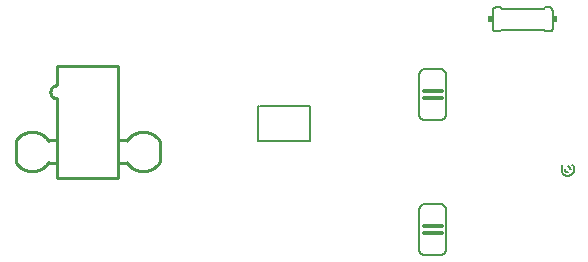
<source format=gto>
G75*
%MOIN*%
%OFA0B0*%
%FSLAX25Y25*%
%IPPOS*%
%LPD*%
%AMOC8*
5,1,8,0,0,1.08239X$1,22.5*
%
%ADD10C,0.00600*%
%ADD11C,0.01200*%
%ADD12R,0.01500X0.02000*%
%ADD13C,0.00500*%
%ADD14C,0.01000*%
D10*
X0152500Y0040500D02*
X0152500Y0053500D01*
X0152502Y0053587D01*
X0152508Y0053674D01*
X0152517Y0053761D01*
X0152530Y0053847D01*
X0152547Y0053933D01*
X0152568Y0054018D01*
X0152593Y0054101D01*
X0152621Y0054184D01*
X0152652Y0054265D01*
X0152687Y0054345D01*
X0152726Y0054423D01*
X0152768Y0054500D01*
X0152813Y0054575D01*
X0152862Y0054647D01*
X0152913Y0054718D01*
X0152968Y0054786D01*
X0153025Y0054851D01*
X0153086Y0054914D01*
X0153149Y0054975D01*
X0153214Y0055032D01*
X0153282Y0055087D01*
X0153353Y0055138D01*
X0153425Y0055187D01*
X0153500Y0055232D01*
X0153577Y0055274D01*
X0153655Y0055313D01*
X0153735Y0055348D01*
X0153816Y0055379D01*
X0153899Y0055407D01*
X0153982Y0055432D01*
X0154067Y0055453D01*
X0154153Y0055470D01*
X0154239Y0055483D01*
X0154326Y0055492D01*
X0154413Y0055498D01*
X0154500Y0055500D01*
X0159500Y0055500D01*
X0159587Y0055498D01*
X0159674Y0055492D01*
X0159761Y0055483D01*
X0159847Y0055470D01*
X0159933Y0055453D01*
X0160018Y0055432D01*
X0160101Y0055407D01*
X0160184Y0055379D01*
X0160265Y0055348D01*
X0160345Y0055313D01*
X0160423Y0055274D01*
X0160500Y0055232D01*
X0160575Y0055187D01*
X0160647Y0055138D01*
X0160718Y0055087D01*
X0160786Y0055032D01*
X0160851Y0054975D01*
X0160914Y0054914D01*
X0160975Y0054851D01*
X0161032Y0054786D01*
X0161087Y0054718D01*
X0161138Y0054647D01*
X0161187Y0054575D01*
X0161232Y0054500D01*
X0161274Y0054423D01*
X0161313Y0054345D01*
X0161348Y0054265D01*
X0161379Y0054184D01*
X0161407Y0054101D01*
X0161432Y0054018D01*
X0161453Y0053933D01*
X0161470Y0053847D01*
X0161483Y0053761D01*
X0161492Y0053674D01*
X0161498Y0053587D01*
X0161500Y0053500D01*
X0161500Y0040500D01*
X0161498Y0040413D01*
X0161492Y0040326D01*
X0161483Y0040239D01*
X0161470Y0040153D01*
X0161453Y0040067D01*
X0161432Y0039982D01*
X0161407Y0039899D01*
X0161379Y0039816D01*
X0161348Y0039735D01*
X0161313Y0039655D01*
X0161274Y0039577D01*
X0161232Y0039500D01*
X0161187Y0039425D01*
X0161138Y0039353D01*
X0161087Y0039282D01*
X0161032Y0039214D01*
X0160975Y0039149D01*
X0160914Y0039086D01*
X0160851Y0039025D01*
X0160786Y0038968D01*
X0160718Y0038913D01*
X0160647Y0038862D01*
X0160575Y0038813D01*
X0160500Y0038768D01*
X0160423Y0038726D01*
X0160345Y0038687D01*
X0160265Y0038652D01*
X0160184Y0038621D01*
X0160101Y0038593D01*
X0160018Y0038568D01*
X0159933Y0038547D01*
X0159847Y0038530D01*
X0159761Y0038517D01*
X0159674Y0038508D01*
X0159587Y0038502D01*
X0159500Y0038500D01*
X0154500Y0038500D01*
X0154413Y0038502D01*
X0154326Y0038508D01*
X0154239Y0038517D01*
X0154153Y0038530D01*
X0154067Y0038547D01*
X0153982Y0038568D01*
X0153899Y0038593D01*
X0153816Y0038621D01*
X0153735Y0038652D01*
X0153655Y0038687D01*
X0153577Y0038726D01*
X0153500Y0038768D01*
X0153425Y0038813D01*
X0153353Y0038862D01*
X0153282Y0038913D01*
X0153214Y0038968D01*
X0153149Y0039025D01*
X0153086Y0039086D01*
X0153025Y0039149D01*
X0152968Y0039214D01*
X0152913Y0039282D01*
X0152862Y0039353D01*
X0152813Y0039425D01*
X0152768Y0039500D01*
X0152726Y0039577D01*
X0152687Y0039655D01*
X0152652Y0039735D01*
X0152621Y0039816D01*
X0152593Y0039899D01*
X0152568Y0039982D01*
X0152547Y0040067D01*
X0152530Y0040153D01*
X0152517Y0040239D01*
X0152508Y0040326D01*
X0152502Y0040413D01*
X0152500Y0040500D01*
X0200000Y0066000D02*
X0200000Y0068000D01*
X0200500Y0068500D01*
X0200500Y0065500D02*
X0200565Y0065438D01*
X0200633Y0065378D01*
X0200703Y0065322D01*
X0200775Y0065268D01*
X0200850Y0065218D01*
X0200927Y0065171D01*
X0201005Y0065127D01*
X0201086Y0065086D01*
X0201168Y0065049D01*
X0201251Y0065016D01*
X0201336Y0064986D01*
X0201422Y0064959D01*
X0201509Y0064937D01*
X0201597Y0064918D01*
X0201686Y0064902D01*
X0201775Y0064891D01*
X0201865Y0064883D01*
X0201955Y0064879D01*
X0202045Y0064879D01*
X0202135Y0064883D01*
X0202225Y0064891D01*
X0202314Y0064902D01*
X0202403Y0064918D01*
X0202491Y0064937D01*
X0202578Y0064959D01*
X0202664Y0064986D01*
X0202749Y0065016D01*
X0202832Y0065049D01*
X0202914Y0065086D01*
X0202995Y0065127D01*
X0203073Y0065171D01*
X0203150Y0065218D01*
X0203225Y0065268D01*
X0203297Y0065322D01*
X0203367Y0065378D01*
X0203435Y0065438D01*
X0203500Y0065500D01*
X0204000Y0066000D01*
X0204000Y0068000D01*
X0203500Y0068500D01*
X0203000Y0067000D02*
X0202998Y0067060D01*
X0202993Y0067121D01*
X0202984Y0067180D01*
X0202971Y0067239D01*
X0202955Y0067298D01*
X0202935Y0067355D01*
X0202912Y0067410D01*
X0202885Y0067465D01*
X0202856Y0067517D01*
X0202823Y0067568D01*
X0202787Y0067617D01*
X0202749Y0067663D01*
X0202707Y0067707D01*
X0202663Y0067749D01*
X0202617Y0067787D01*
X0202568Y0067823D01*
X0202517Y0067856D01*
X0202465Y0067885D01*
X0202410Y0067912D01*
X0202355Y0067935D01*
X0202298Y0067955D01*
X0202239Y0067971D01*
X0202180Y0067984D01*
X0202121Y0067993D01*
X0202060Y0067998D01*
X0202000Y0068000D01*
X0201000Y0067000D02*
X0201002Y0066940D01*
X0201007Y0066879D01*
X0201016Y0066820D01*
X0201029Y0066761D01*
X0201045Y0066702D01*
X0201065Y0066645D01*
X0201088Y0066590D01*
X0201115Y0066535D01*
X0201144Y0066483D01*
X0201177Y0066432D01*
X0201213Y0066383D01*
X0201251Y0066337D01*
X0201293Y0066293D01*
X0201337Y0066251D01*
X0201383Y0066213D01*
X0201432Y0066177D01*
X0201483Y0066144D01*
X0201535Y0066115D01*
X0201590Y0066088D01*
X0201645Y0066065D01*
X0201702Y0066045D01*
X0201761Y0066029D01*
X0201820Y0066016D01*
X0201879Y0066007D01*
X0201940Y0066002D01*
X0202000Y0066000D01*
X0200500Y0065500D02*
X0200000Y0066000D01*
X0161500Y0085500D02*
X0161500Y0098500D01*
X0161498Y0098587D01*
X0161492Y0098674D01*
X0161483Y0098761D01*
X0161470Y0098847D01*
X0161453Y0098933D01*
X0161432Y0099018D01*
X0161407Y0099101D01*
X0161379Y0099184D01*
X0161348Y0099265D01*
X0161313Y0099345D01*
X0161274Y0099423D01*
X0161232Y0099500D01*
X0161187Y0099575D01*
X0161138Y0099647D01*
X0161087Y0099718D01*
X0161032Y0099786D01*
X0160975Y0099851D01*
X0160914Y0099914D01*
X0160851Y0099975D01*
X0160786Y0100032D01*
X0160718Y0100087D01*
X0160647Y0100138D01*
X0160575Y0100187D01*
X0160500Y0100232D01*
X0160423Y0100274D01*
X0160345Y0100313D01*
X0160265Y0100348D01*
X0160184Y0100379D01*
X0160101Y0100407D01*
X0160018Y0100432D01*
X0159933Y0100453D01*
X0159847Y0100470D01*
X0159761Y0100483D01*
X0159674Y0100492D01*
X0159587Y0100498D01*
X0159500Y0100500D01*
X0154500Y0100500D01*
X0154413Y0100498D01*
X0154326Y0100492D01*
X0154239Y0100483D01*
X0154153Y0100470D01*
X0154067Y0100453D01*
X0153982Y0100432D01*
X0153899Y0100407D01*
X0153816Y0100379D01*
X0153735Y0100348D01*
X0153655Y0100313D01*
X0153577Y0100274D01*
X0153500Y0100232D01*
X0153425Y0100187D01*
X0153353Y0100138D01*
X0153282Y0100087D01*
X0153214Y0100032D01*
X0153149Y0099975D01*
X0153086Y0099914D01*
X0153025Y0099851D01*
X0152968Y0099786D01*
X0152913Y0099718D01*
X0152862Y0099647D01*
X0152813Y0099575D01*
X0152768Y0099500D01*
X0152726Y0099423D01*
X0152687Y0099345D01*
X0152652Y0099265D01*
X0152621Y0099184D01*
X0152593Y0099101D01*
X0152568Y0099018D01*
X0152547Y0098933D01*
X0152530Y0098847D01*
X0152517Y0098761D01*
X0152508Y0098674D01*
X0152502Y0098587D01*
X0152500Y0098500D01*
X0152500Y0085500D01*
X0152502Y0085413D01*
X0152508Y0085326D01*
X0152517Y0085239D01*
X0152530Y0085153D01*
X0152547Y0085067D01*
X0152568Y0084982D01*
X0152593Y0084899D01*
X0152621Y0084816D01*
X0152652Y0084735D01*
X0152687Y0084655D01*
X0152726Y0084577D01*
X0152768Y0084500D01*
X0152813Y0084425D01*
X0152862Y0084353D01*
X0152913Y0084282D01*
X0152968Y0084214D01*
X0153025Y0084149D01*
X0153086Y0084086D01*
X0153149Y0084025D01*
X0153214Y0083968D01*
X0153282Y0083913D01*
X0153353Y0083862D01*
X0153425Y0083813D01*
X0153500Y0083768D01*
X0153577Y0083726D01*
X0153655Y0083687D01*
X0153735Y0083652D01*
X0153816Y0083621D01*
X0153899Y0083593D01*
X0153982Y0083568D01*
X0154067Y0083547D01*
X0154153Y0083530D01*
X0154239Y0083517D01*
X0154326Y0083508D01*
X0154413Y0083502D01*
X0154500Y0083500D01*
X0159500Y0083500D01*
X0159587Y0083502D01*
X0159674Y0083508D01*
X0159761Y0083517D01*
X0159847Y0083530D01*
X0159933Y0083547D01*
X0160018Y0083568D01*
X0160101Y0083593D01*
X0160184Y0083621D01*
X0160265Y0083652D01*
X0160345Y0083687D01*
X0160423Y0083726D01*
X0160500Y0083768D01*
X0160575Y0083813D01*
X0160647Y0083862D01*
X0160718Y0083913D01*
X0160786Y0083968D01*
X0160851Y0084025D01*
X0160914Y0084086D01*
X0160975Y0084149D01*
X0161032Y0084214D01*
X0161087Y0084282D01*
X0161138Y0084353D01*
X0161187Y0084425D01*
X0161232Y0084500D01*
X0161274Y0084577D01*
X0161313Y0084655D01*
X0161348Y0084735D01*
X0161379Y0084816D01*
X0161407Y0084899D01*
X0161432Y0084982D01*
X0161453Y0085067D01*
X0161470Y0085153D01*
X0161483Y0085239D01*
X0161492Y0085326D01*
X0161498Y0085413D01*
X0161500Y0085500D01*
X0178000Y0113000D02*
X0179500Y0113000D01*
X0180000Y0113500D01*
X0194000Y0113500D01*
X0194500Y0113000D01*
X0196000Y0113000D01*
X0196060Y0113002D01*
X0196121Y0113007D01*
X0196180Y0113016D01*
X0196239Y0113029D01*
X0196298Y0113045D01*
X0196355Y0113065D01*
X0196410Y0113088D01*
X0196465Y0113115D01*
X0196517Y0113144D01*
X0196568Y0113177D01*
X0196617Y0113213D01*
X0196663Y0113251D01*
X0196707Y0113293D01*
X0196749Y0113337D01*
X0196787Y0113383D01*
X0196823Y0113432D01*
X0196856Y0113483D01*
X0196885Y0113535D01*
X0196912Y0113590D01*
X0196935Y0113645D01*
X0196955Y0113702D01*
X0196971Y0113761D01*
X0196984Y0113820D01*
X0196993Y0113879D01*
X0196998Y0113940D01*
X0197000Y0114000D01*
X0197000Y0120000D01*
X0196998Y0120060D01*
X0196993Y0120121D01*
X0196984Y0120180D01*
X0196971Y0120239D01*
X0196955Y0120298D01*
X0196935Y0120355D01*
X0196912Y0120410D01*
X0196885Y0120465D01*
X0196856Y0120517D01*
X0196823Y0120568D01*
X0196787Y0120617D01*
X0196749Y0120663D01*
X0196707Y0120707D01*
X0196663Y0120749D01*
X0196617Y0120787D01*
X0196568Y0120823D01*
X0196517Y0120856D01*
X0196465Y0120885D01*
X0196410Y0120912D01*
X0196355Y0120935D01*
X0196298Y0120955D01*
X0196239Y0120971D01*
X0196180Y0120984D01*
X0196121Y0120993D01*
X0196060Y0120998D01*
X0196000Y0121000D01*
X0194500Y0121000D01*
X0194000Y0120500D01*
X0180000Y0120500D01*
X0179500Y0121000D01*
X0178000Y0121000D01*
X0177940Y0120998D01*
X0177879Y0120993D01*
X0177820Y0120984D01*
X0177761Y0120971D01*
X0177702Y0120955D01*
X0177645Y0120935D01*
X0177590Y0120912D01*
X0177535Y0120885D01*
X0177483Y0120856D01*
X0177432Y0120823D01*
X0177383Y0120787D01*
X0177337Y0120749D01*
X0177293Y0120707D01*
X0177251Y0120663D01*
X0177213Y0120617D01*
X0177177Y0120568D01*
X0177144Y0120517D01*
X0177115Y0120465D01*
X0177088Y0120410D01*
X0177065Y0120355D01*
X0177045Y0120298D01*
X0177029Y0120239D01*
X0177016Y0120180D01*
X0177007Y0120121D01*
X0177002Y0120060D01*
X0177000Y0120000D01*
X0177000Y0114000D01*
X0177002Y0113940D01*
X0177007Y0113879D01*
X0177016Y0113820D01*
X0177029Y0113761D01*
X0177045Y0113702D01*
X0177065Y0113645D01*
X0177088Y0113590D01*
X0177115Y0113535D01*
X0177144Y0113483D01*
X0177177Y0113432D01*
X0177213Y0113383D01*
X0177251Y0113337D01*
X0177293Y0113293D01*
X0177337Y0113251D01*
X0177383Y0113213D01*
X0177432Y0113177D01*
X0177483Y0113144D01*
X0177535Y0113115D01*
X0177590Y0113088D01*
X0177645Y0113065D01*
X0177702Y0113045D01*
X0177761Y0113029D01*
X0177820Y0113016D01*
X0177879Y0113007D01*
X0177940Y0113002D01*
X0178000Y0113000D01*
D11*
X0160000Y0093200D02*
X0154000Y0093200D01*
X0154000Y0090700D02*
X0160000Y0090700D01*
X0160000Y0048200D02*
X0154000Y0048200D01*
X0154000Y0045700D02*
X0160000Y0045700D01*
D12*
X0176250Y0117000D03*
X0197750Y0117000D03*
D13*
X0116252Y0088102D02*
X0116252Y0076291D01*
X0098929Y0076291D01*
X0098929Y0088102D01*
X0099126Y0088102D01*
X0099323Y0088102D02*
X0116252Y0088102D01*
D14*
X0031764Y0090661D02*
X0031764Y0064283D01*
X0052236Y0064283D01*
X0052236Y0101291D01*
X0031764Y0101291D01*
X0031764Y0094992D01*
X0031672Y0094990D01*
X0031580Y0094984D01*
X0031489Y0094974D01*
X0031398Y0094961D01*
X0031308Y0094943D01*
X0031218Y0094922D01*
X0031130Y0094897D01*
X0031043Y0094868D01*
X0030957Y0094836D01*
X0030872Y0094800D01*
X0030789Y0094760D01*
X0030708Y0094717D01*
X0030629Y0094671D01*
X0030552Y0094621D01*
X0030477Y0094568D01*
X0030404Y0094511D01*
X0030334Y0094452D01*
X0030266Y0094390D01*
X0030201Y0094325D01*
X0030139Y0094257D01*
X0030080Y0094187D01*
X0030023Y0094114D01*
X0029970Y0094039D01*
X0029920Y0093962D01*
X0029874Y0093883D01*
X0029831Y0093802D01*
X0029791Y0093719D01*
X0029755Y0093634D01*
X0029723Y0093548D01*
X0029694Y0093461D01*
X0029669Y0093373D01*
X0029648Y0093283D01*
X0029630Y0093193D01*
X0029617Y0093102D01*
X0029607Y0093011D01*
X0029601Y0092919D01*
X0029599Y0092827D01*
X0029601Y0092735D01*
X0029607Y0092643D01*
X0029617Y0092552D01*
X0029630Y0092461D01*
X0029648Y0092371D01*
X0029669Y0092281D01*
X0029694Y0092193D01*
X0029723Y0092106D01*
X0029755Y0092020D01*
X0029791Y0091935D01*
X0029831Y0091852D01*
X0029874Y0091771D01*
X0029920Y0091692D01*
X0029970Y0091615D01*
X0030023Y0091540D01*
X0030080Y0091467D01*
X0030139Y0091397D01*
X0030201Y0091329D01*
X0030266Y0091264D01*
X0030334Y0091202D01*
X0030404Y0091143D01*
X0030477Y0091086D01*
X0030552Y0091033D01*
X0030629Y0090983D01*
X0030708Y0090937D01*
X0030789Y0090894D01*
X0030872Y0090854D01*
X0030957Y0090818D01*
X0031043Y0090786D01*
X0031130Y0090757D01*
X0031218Y0090732D01*
X0031308Y0090711D01*
X0031398Y0090693D01*
X0031489Y0090680D01*
X0031580Y0090670D01*
X0031672Y0090664D01*
X0031764Y0090662D01*
X0031370Y0076882D02*
X0028614Y0076882D01*
X0029007Y0069402D02*
X0028919Y0069269D01*
X0028828Y0069138D01*
X0028734Y0069009D01*
X0028636Y0068882D01*
X0028536Y0068758D01*
X0028432Y0068637D01*
X0028326Y0068518D01*
X0028216Y0068401D01*
X0028104Y0068287D01*
X0027989Y0068176D01*
X0027872Y0068068D01*
X0027752Y0067963D01*
X0027629Y0067861D01*
X0027504Y0067762D01*
X0027376Y0067666D01*
X0027246Y0067573D01*
X0027114Y0067483D01*
X0026980Y0067396D01*
X0026844Y0067313D01*
X0026705Y0067233D01*
X0026565Y0067156D01*
X0026423Y0067083D01*
X0026280Y0067014D01*
X0026134Y0066948D01*
X0025987Y0066885D01*
X0025839Y0066826D01*
X0025689Y0066771D01*
X0025538Y0066719D01*
X0025385Y0066671D01*
X0025232Y0066627D01*
X0025077Y0066587D01*
X0024922Y0066550D01*
X0024766Y0066517D01*
X0024609Y0066488D01*
X0024451Y0066463D01*
X0024293Y0066442D01*
X0024134Y0066424D01*
X0023975Y0066411D01*
X0023815Y0066401D01*
X0023656Y0066395D01*
X0023496Y0066393D01*
X0023336Y0066395D01*
X0023177Y0066401D01*
X0023017Y0066411D01*
X0022858Y0066424D01*
X0022699Y0066442D01*
X0022541Y0066463D01*
X0022383Y0066488D01*
X0022226Y0066517D01*
X0022070Y0066550D01*
X0021915Y0066587D01*
X0021760Y0066627D01*
X0021607Y0066671D01*
X0021454Y0066719D01*
X0021303Y0066771D01*
X0021153Y0066826D01*
X0021005Y0066885D01*
X0020858Y0066948D01*
X0020712Y0067014D01*
X0020569Y0067083D01*
X0020427Y0067156D01*
X0020287Y0067233D01*
X0020148Y0067313D01*
X0020012Y0067396D01*
X0019878Y0067483D01*
X0019746Y0067573D01*
X0019616Y0067666D01*
X0019488Y0067762D01*
X0019363Y0067861D01*
X0019240Y0067963D01*
X0019120Y0068068D01*
X0019003Y0068176D01*
X0018888Y0068287D01*
X0018776Y0068401D01*
X0018666Y0068518D01*
X0018560Y0068637D01*
X0018456Y0068758D01*
X0018356Y0068882D01*
X0018258Y0069009D01*
X0018164Y0069138D01*
X0018073Y0069269D01*
X0017985Y0069402D01*
X0017984Y0069402D02*
X0017984Y0076488D01*
X0017985Y0076488D02*
X0018073Y0076621D01*
X0018164Y0076752D01*
X0018258Y0076881D01*
X0018356Y0077008D01*
X0018456Y0077132D01*
X0018560Y0077253D01*
X0018666Y0077372D01*
X0018776Y0077489D01*
X0018888Y0077603D01*
X0019003Y0077714D01*
X0019120Y0077822D01*
X0019240Y0077927D01*
X0019363Y0078029D01*
X0019488Y0078128D01*
X0019616Y0078224D01*
X0019746Y0078317D01*
X0019878Y0078407D01*
X0020012Y0078494D01*
X0020148Y0078577D01*
X0020287Y0078657D01*
X0020427Y0078734D01*
X0020569Y0078807D01*
X0020712Y0078876D01*
X0020858Y0078942D01*
X0021005Y0079005D01*
X0021153Y0079064D01*
X0021303Y0079119D01*
X0021454Y0079171D01*
X0021607Y0079219D01*
X0021760Y0079263D01*
X0021915Y0079303D01*
X0022070Y0079340D01*
X0022226Y0079373D01*
X0022383Y0079402D01*
X0022541Y0079427D01*
X0022699Y0079448D01*
X0022858Y0079466D01*
X0023017Y0079479D01*
X0023177Y0079489D01*
X0023336Y0079495D01*
X0023496Y0079497D01*
X0023656Y0079495D01*
X0023815Y0079489D01*
X0023975Y0079479D01*
X0024134Y0079466D01*
X0024293Y0079448D01*
X0024451Y0079427D01*
X0024609Y0079402D01*
X0024766Y0079373D01*
X0024922Y0079340D01*
X0025077Y0079303D01*
X0025232Y0079263D01*
X0025385Y0079219D01*
X0025538Y0079171D01*
X0025689Y0079119D01*
X0025839Y0079064D01*
X0025987Y0079005D01*
X0026134Y0078942D01*
X0026280Y0078876D01*
X0026423Y0078807D01*
X0026565Y0078734D01*
X0026705Y0078657D01*
X0026844Y0078577D01*
X0026980Y0078494D01*
X0027114Y0078407D01*
X0027246Y0078317D01*
X0027376Y0078224D01*
X0027504Y0078128D01*
X0027629Y0078029D01*
X0027752Y0077927D01*
X0027872Y0077822D01*
X0027989Y0077714D01*
X0028104Y0077603D01*
X0028216Y0077489D01*
X0028326Y0077372D01*
X0028432Y0077253D01*
X0028536Y0077132D01*
X0028636Y0077008D01*
X0028734Y0076881D01*
X0028828Y0076752D01*
X0028919Y0076621D01*
X0029007Y0076488D01*
X0028614Y0069008D02*
X0031370Y0069008D01*
X0052630Y0069008D02*
X0055386Y0069008D01*
X0054993Y0076488D02*
X0055081Y0076621D01*
X0055172Y0076752D01*
X0055266Y0076881D01*
X0055364Y0077008D01*
X0055464Y0077132D01*
X0055568Y0077253D01*
X0055674Y0077372D01*
X0055784Y0077489D01*
X0055896Y0077603D01*
X0056011Y0077714D01*
X0056128Y0077822D01*
X0056248Y0077927D01*
X0056371Y0078029D01*
X0056496Y0078128D01*
X0056624Y0078224D01*
X0056754Y0078317D01*
X0056886Y0078407D01*
X0057020Y0078494D01*
X0057156Y0078577D01*
X0057295Y0078657D01*
X0057435Y0078734D01*
X0057577Y0078807D01*
X0057720Y0078876D01*
X0057866Y0078942D01*
X0058013Y0079005D01*
X0058161Y0079064D01*
X0058311Y0079119D01*
X0058462Y0079171D01*
X0058615Y0079219D01*
X0058768Y0079263D01*
X0058923Y0079303D01*
X0059078Y0079340D01*
X0059234Y0079373D01*
X0059391Y0079402D01*
X0059549Y0079427D01*
X0059707Y0079448D01*
X0059866Y0079466D01*
X0060025Y0079479D01*
X0060185Y0079489D01*
X0060344Y0079495D01*
X0060504Y0079497D01*
X0060664Y0079495D01*
X0060823Y0079489D01*
X0060983Y0079479D01*
X0061142Y0079466D01*
X0061301Y0079448D01*
X0061459Y0079427D01*
X0061617Y0079402D01*
X0061774Y0079373D01*
X0061930Y0079340D01*
X0062085Y0079303D01*
X0062240Y0079263D01*
X0062393Y0079219D01*
X0062546Y0079171D01*
X0062697Y0079119D01*
X0062847Y0079064D01*
X0062995Y0079005D01*
X0063142Y0078942D01*
X0063288Y0078876D01*
X0063431Y0078807D01*
X0063573Y0078734D01*
X0063713Y0078657D01*
X0063852Y0078577D01*
X0063988Y0078494D01*
X0064122Y0078407D01*
X0064254Y0078317D01*
X0064384Y0078224D01*
X0064512Y0078128D01*
X0064637Y0078029D01*
X0064760Y0077927D01*
X0064880Y0077822D01*
X0064997Y0077714D01*
X0065112Y0077603D01*
X0065224Y0077489D01*
X0065334Y0077372D01*
X0065440Y0077253D01*
X0065544Y0077132D01*
X0065644Y0077008D01*
X0065742Y0076881D01*
X0065836Y0076752D01*
X0065927Y0076621D01*
X0066015Y0076488D01*
X0066016Y0076488D02*
X0066016Y0069402D01*
X0066015Y0069402D02*
X0065927Y0069269D01*
X0065836Y0069138D01*
X0065742Y0069009D01*
X0065644Y0068882D01*
X0065544Y0068758D01*
X0065440Y0068637D01*
X0065334Y0068518D01*
X0065224Y0068401D01*
X0065112Y0068287D01*
X0064997Y0068176D01*
X0064880Y0068068D01*
X0064760Y0067963D01*
X0064637Y0067861D01*
X0064512Y0067762D01*
X0064384Y0067666D01*
X0064254Y0067573D01*
X0064122Y0067483D01*
X0063988Y0067396D01*
X0063852Y0067313D01*
X0063713Y0067233D01*
X0063573Y0067156D01*
X0063431Y0067083D01*
X0063288Y0067014D01*
X0063142Y0066948D01*
X0062995Y0066885D01*
X0062847Y0066826D01*
X0062697Y0066771D01*
X0062546Y0066719D01*
X0062393Y0066671D01*
X0062240Y0066627D01*
X0062085Y0066587D01*
X0061930Y0066550D01*
X0061774Y0066517D01*
X0061617Y0066488D01*
X0061459Y0066463D01*
X0061301Y0066442D01*
X0061142Y0066424D01*
X0060983Y0066411D01*
X0060823Y0066401D01*
X0060664Y0066395D01*
X0060504Y0066393D01*
X0060344Y0066395D01*
X0060185Y0066401D01*
X0060025Y0066411D01*
X0059866Y0066424D01*
X0059707Y0066442D01*
X0059549Y0066463D01*
X0059391Y0066488D01*
X0059234Y0066517D01*
X0059078Y0066550D01*
X0058923Y0066587D01*
X0058768Y0066627D01*
X0058615Y0066671D01*
X0058462Y0066719D01*
X0058311Y0066771D01*
X0058161Y0066826D01*
X0058013Y0066885D01*
X0057866Y0066948D01*
X0057720Y0067014D01*
X0057577Y0067083D01*
X0057435Y0067156D01*
X0057295Y0067233D01*
X0057156Y0067313D01*
X0057020Y0067396D01*
X0056886Y0067483D01*
X0056754Y0067573D01*
X0056624Y0067666D01*
X0056496Y0067762D01*
X0056371Y0067861D01*
X0056248Y0067963D01*
X0056128Y0068068D01*
X0056011Y0068176D01*
X0055896Y0068287D01*
X0055784Y0068401D01*
X0055674Y0068518D01*
X0055568Y0068637D01*
X0055464Y0068758D01*
X0055364Y0068882D01*
X0055266Y0069009D01*
X0055172Y0069138D01*
X0055081Y0069269D01*
X0054993Y0069402D01*
X0055386Y0076882D02*
X0052630Y0076882D01*
M02*

</source>
